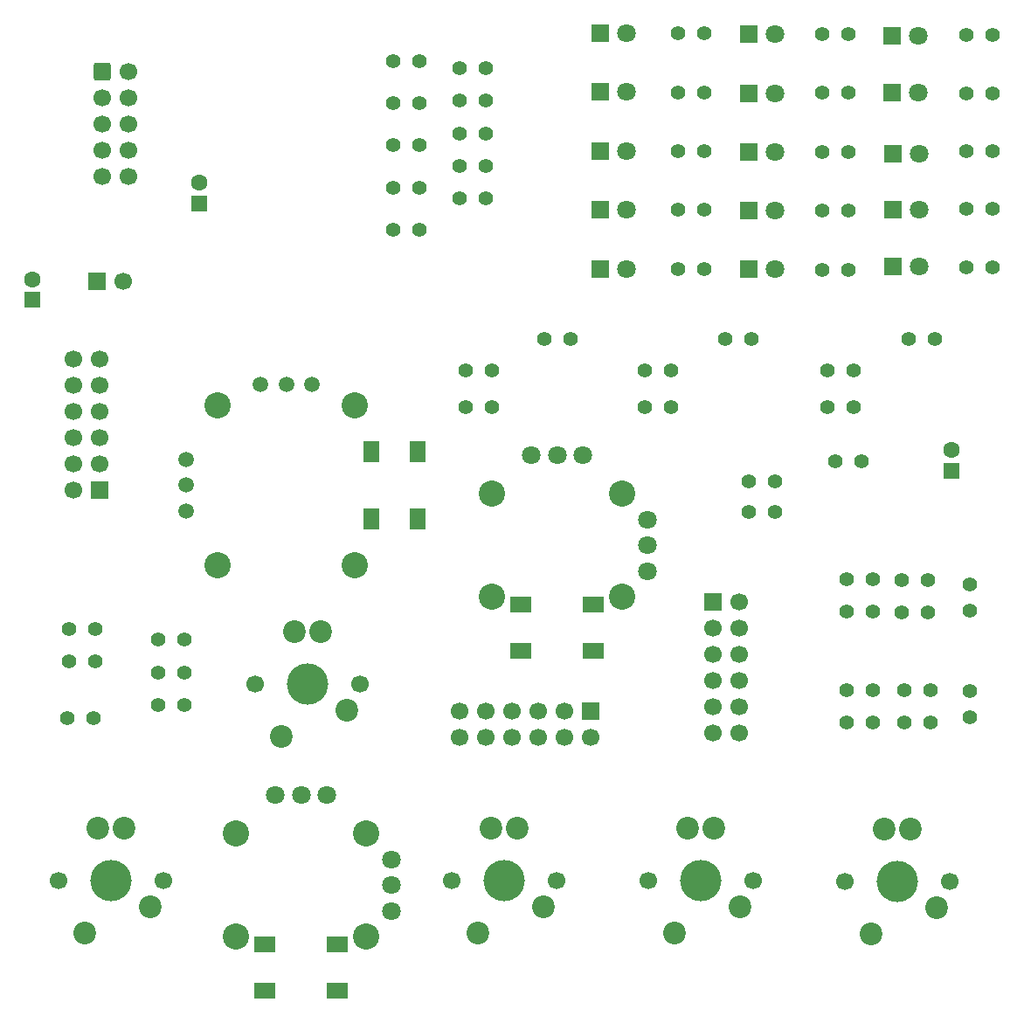
<source format=gbr>
%TF.GenerationSoftware,KiCad,Pcbnew,9.0.2*%
%TF.CreationDate,2025-06-15T14:19:34+02:00*%
%TF.ProjectId,test,74657374-2e6b-4696-9361-645f70636258,rev?*%
%TF.SameCoordinates,Original*%
%TF.FileFunction,Soldermask,Bot*%
%TF.FilePolarity,Negative*%
%FSLAX46Y46*%
G04 Gerber Fmt 4.6, Leading zero omitted, Abs format (unit mm)*
G04 Created by KiCad (PCBNEW 9.0.2) date 2025-06-15 14:19:34*
%MOMM*%
%LPD*%
G01*
G04 APERTURE LIST*
G04 Aperture macros list*
%AMRoundRect*
0 Rectangle with rounded corners*
0 $1 Rounding radius*
0 $2 $3 $4 $5 $6 $7 $8 $9 X,Y pos of 4 corners*
0 Add a 4 corners polygon primitive as box body*
4,1,4,$2,$3,$4,$5,$6,$7,$8,$9,$2,$3,0*
0 Add four circle primitives for the rounded corners*
1,1,$1+$1,$2,$3*
1,1,$1+$1,$4,$5*
1,1,$1+$1,$6,$7*
1,1,$1+$1,$8,$9*
0 Add four rect primitives between the rounded corners*
20,1,$1+$1,$2,$3,$4,$5,0*
20,1,$1+$1,$4,$5,$6,$7,0*
20,1,$1+$1,$6,$7,$8,$9,0*
20,1,$1+$1,$8,$9,$2,$3,0*%
G04 Aperture macros list end*
%ADD10C,2.540000*%
%ADD11R,1.500000X2.000000*%
%ADD12C,1.500000*%
%ADD13R,1.800000X1.800000*%
%ADD14C,1.800000*%
%ADD15C,1.700000*%
%ADD16C,4.000000*%
%ADD17C,2.200000*%
%ADD18RoundRect,0.250000X0.550000X-0.550000X0.550000X0.550000X-0.550000X0.550000X-0.550000X-0.550000X0*%
%ADD19C,1.600000*%
%ADD20C,1.400000*%
%ADD21R,1.700000X1.700000*%
%ADD22R,2.000000X1.500000*%
%ADD23RoundRect,0.250000X-0.600000X-0.600000X0.600000X-0.600000X0.600000X0.600000X-0.600000X0.600000X0*%
G04 APERTURE END LIST*
D10*
%TO.C,U2*%
X49159800Y-117548000D03*
X35859800Y-117548000D03*
X35859800Y-102048000D03*
X49159800Y-102048000D03*
D11*
X50759800Y-106598000D03*
X50759800Y-113098000D03*
X55259800Y-113098000D03*
X55259800Y-106598000D03*
D12*
X32759800Y-112298000D03*
X32759800Y-109798000D03*
X32759800Y-107298000D03*
X40009800Y-100048000D03*
X42509800Y-100048000D03*
X45009800Y-100048000D03*
%TD*%
D13*
%TO.C,D10*%
X87330200Y-88907400D03*
D14*
X89870200Y-88907400D03*
%TD*%
D15*
%TO.C,SW2*%
X30572400Y-148140000D03*
D16*
X25492400Y-148140000D03*
D15*
X20412400Y-148140000D03*
D17*
X22952400Y-153220000D03*
X29302400Y-150680000D03*
X26762400Y-143060000D03*
X24222400Y-143060000D03*
%TD*%
D18*
%TO.C,C3*%
X106969975Y-108435800D03*
D19*
X106969975Y-106435800D03*
%TD*%
D20*
%TO.C,R12*%
X108366600Y-71827500D03*
X110906600Y-71827500D03*
%TD*%
D13*
%TO.C,D6*%
X87330200Y-66149000D03*
D14*
X89870200Y-66149000D03*
%TD*%
D20*
%TO.C,R29*%
X55423800Y-85047800D03*
X52883800Y-85047800D03*
%TD*%
%TO.C,R2*%
X80424600Y-71750900D03*
X82964600Y-71750900D03*
%TD*%
%TO.C,R43*%
X23813600Y-132422800D03*
X21273600Y-132422800D03*
%TD*%
D13*
%TO.C,D9*%
X87330200Y-83217800D03*
D14*
X89870200Y-83217800D03*
%TD*%
D13*
%TO.C,D7*%
X87330200Y-71838600D03*
D14*
X89870200Y-71838600D03*
%TD*%
D20*
%TO.C,R19*%
X23965400Y-126909000D03*
X21425400Y-126909000D03*
%TD*%
D13*
%TO.C,D2*%
X72905800Y-71728000D03*
D14*
X75445800Y-71728000D03*
%TD*%
D20*
%TO.C,R17*%
X32603400Y-127973000D03*
X30063400Y-127973000D03*
%TD*%
%TO.C,R42*%
X95672600Y-107503000D03*
X98212600Y-107503000D03*
%TD*%
%TO.C,R47*%
X102163000Y-118983000D03*
X104703000Y-118983000D03*
%TD*%
D21*
%TO.C,J2*%
X24185800Y-90057000D03*
D15*
X26725800Y-90057000D03*
%TD*%
D20*
%TO.C,R8*%
X94396600Y-77530000D03*
X96936600Y-77530000D03*
%TD*%
%TO.C,R49*%
X108767000Y-121981000D03*
X108767000Y-119441000D03*
%TD*%
%TO.C,R51*%
X96829000Y-132853000D03*
X99369000Y-132853000D03*
%TD*%
%TO.C,R18*%
X32603400Y-124823000D03*
X30063400Y-124823000D03*
%TD*%
%TO.C,R1*%
X80424600Y-66048200D03*
X82964600Y-66048200D03*
%TD*%
%TO.C,R44*%
X96829000Y-118931000D03*
X99369000Y-118931000D03*
%TD*%
%TO.C,R48*%
X102163000Y-122133000D03*
X104703000Y-122133000D03*
%TD*%
D13*
%TO.C,D12*%
X101195800Y-71755000D03*
D14*
X103735800Y-71755000D03*
%TD*%
D20*
%TO.C,R5*%
X80424600Y-88859000D03*
X82964600Y-88859000D03*
%TD*%
D15*
%TO.C,SW4*%
X68672400Y-148160600D03*
D16*
X63592400Y-148160600D03*
D15*
X58512400Y-148160600D03*
D17*
X61052400Y-153240600D03*
X67402400Y-150700600D03*
X64862400Y-143080600D03*
X62322400Y-143080600D03*
%TD*%
D20*
%TO.C,R13*%
X108366600Y-77454000D03*
X110906600Y-77454000D03*
%TD*%
%TO.C,R35*%
X77245200Y-98713000D03*
X79785200Y-98713000D03*
%TD*%
%TO.C,R40*%
X87290600Y-112379000D03*
X89830600Y-112379000D03*
%TD*%
D15*
%TO.C,SW5*%
X87722400Y-148183600D03*
D16*
X82642400Y-148183600D03*
D15*
X77562400Y-148183600D03*
D17*
X80102400Y-153263600D03*
X86452400Y-150723600D03*
X83912400Y-143103600D03*
X81372400Y-143103600D03*
%TD*%
D20*
%TO.C,R9*%
X94396600Y-83244500D03*
X96936600Y-83244500D03*
%TD*%
D15*
%TO.C,SW3*%
X49622400Y-129087600D03*
D16*
X44542400Y-129087600D03*
D15*
X39462400Y-129087600D03*
D17*
X42002400Y-134167600D03*
X48352400Y-131627600D03*
X45812400Y-124007600D03*
X43272400Y-124007600D03*
%TD*%
D18*
%TO.C,C4*%
X17917575Y-91871800D03*
D19*
X17917575Y-89871800D03*
%TD*%
D20*
%TO.C,R7*%
X94396600Y-71815500D03*
X96936600Y-71815500D03*
%TD*%
%TO.C,R27*%
X55423800Y-76894600D03*
X52883800Y-76894600D03*
%TD*%
D13*
%TO.C,D15*%
X101243800Y-88637000D03*
D14*
X103783800Y-88637000D03*
%TD*%
D21*
%TO.C,J3*%
X72000600Y-131690600D03*
D15*
X72000600Y-134230600D03*
X69460600Y-131690600D03*
X69460600Y-134230600D03*
X66920600Y-131690600D03*
X66920600Y-134230600D03*
X64380600Y-131690600D03*
X64380600Y-134230600D03*
X61840600Y-131690600D03*
X61840600Y-134230600D03*
X59300600Y-131690600D03*
X59300600Y-134230600D03*
%TD*%
D20*
%TO.C,R14*%
X108366600Y-83080500D03*
X110906600Y-83080500D03*
%TD*%
D10*
%TO.C,U5*%
X62423000Y-120668000D03*
X62423000Y-110668000D03*
X75073000Y-110668000D03*
X75073000Y-120668000D03*
D22*
X72248000Y-121418000D03*
X65248000Y-121418000D03*
X65248000Y-125918000D03*
X72248000Y-125918000D03*
D14*
X66248000Y-106938000D03*
X68748000Y-106938000D03*
X71248000Y-106938000D03*
X77478000Y-113168000D03*
X77478000Y-115668000D03*
X77478000Y-118168000D03*
%TD*%
D20*
%TO.C,R22*%
X59270400Y-72577200D03*
X61810400Y-72577200D03*
%TD*%
%TO.C,R33*%
X59856600Y-102289000D03*
X62396600Y-102289000D03*
%TD*%
%TO.C,R21*%
X59270400Y-69427200D03*
X61810400Y-69427200D03*
%TD*%
D13*
%TO.C,D8*%
X87330200Y-77528200D03*
D14*
X89870200Y-77528200D03*
%TD*%
D20*
%TO.C,R6*%
X94396600Y-66101000D03*
X96936600Y-66101000D03*
%TD*%
D15*
%TO.C,SW1*%
X106772400Y-148193200D03*
D16*
X101692400Y-148193200D03*
D15*
X96612400Y-148193200D03*
D17*
X99152400Y-153273200D03*
X105502400Y-150733200D03*
X102962400Y-143113200D03*
X100422400Y-143113200D03*
%TD*%
D10*
%TO.C,U1*%
X37616800Y-153587000D03*
X37616800Y-143587000D03*
X50266800Y-143587000D03*
X50266800Y-153587000D03*
D22*
X47441800Y-154337000D03*
X40441800Y-154337000D03*
X40441800Y-158837000D03*
X47441800Y-158837000D03*
D14*
X41441800Y-139857000D03*
X43941800Y-139857000D03*
X46441800Y-139857000D03*
X52671800Y-146087000D03*
X52671800Y-148587000D03*
X52671800Y-151087000D03*
%TD*%
D20*
%TO.C,R41*%
X87290600Y-109433000D03*
X89830600Y-109433000D03*
%TD*%
%TO.C,R32*%
X59856600Y-98713000D03*
X62396600Y-98713000D03*
%TD*%
%TO.C,R38*%
X94910600Y-98713000D03*
X97450600Y-98713000D03*
%TD*%
%TO.C,R3*%
X80424600Y-77453600D03*
X82964600Y-77453600D03*
%TD*%
%TO.C,R52*%
X102417000Y-129653000D03*
X104957000Y-129653000D03*
%TD*%
D21*
%TO.C,J5*%
X83835000Y-121175000D03*
D15*
X86375000Y-121175000D03*
X83835000Y-123715000D03*
X86375000Y-123715000D03*
X83835000Y-126255000D03*
X86375000Y-126255000D03*
X83835000Y-128795000D03*
X86375000Y-128795000D03*
X83835000Y-131335000D03*
X86375000Y-131335000D03*
X83835000Y-133875000D03*
X86375000Y-133875000D03*
%TD*%
D20*
%TO.C,R31*%
X67476600Y-95617000D03*
X70016600Y-95617000D03*
%TD*%
D13*
%TO.C,D13*%
X101243800Y-77697000D03*
D14*
X103783800Y-77697000D03*
%TD*%
D20*
%TO.C,R20*%
X23965400Y-123759000D03*
X21425400Y-123759000D03*
%TD*%
D13*
%TO.C,D11*%
X101195800Y-66285000D03*
D14*
X103735800Y-66285000D03*
%TD*%
D20*
%TO.C,R23*%
X59270400Y-75727200D03*
X61810400Y-75727200D03*
%TD*%
D13*
%TO.C,D5*%
X72905800Y-88873000D03*
D14*
X75445800Y-88873000D03*
%TD*%
D13*
%TO.C,D3*%
X72905800Y-77443000D03*
D14*
X75445800Y-77443000D03*
%TD*%
D20*
%TO.C,R16*%
X32603400Y-131123000D03*
X30063400Y-131123000D03*
%TD*%
%TO.C,R10*%
X94396600Y-88959000D03*
X96936600Y-88959000D03*
%TD*%
%TO.C,R36*%
X85002600Y-95617000D03*
X87542600Y-95617000D03*
%TD*%
%TO.C,R30*%
X55423800Y-68741400D03*
X52883800Y-68741400D03*
%TD*%
%TO.C,R37*%
X94910600Y-102289000D03*
X97450600Y-102289000D03*
%TD*%
%TO.C,R46*%
X108767000Y-132354000D03*
X108767000Y-129814000D03*
%TD*%
D13*
%TO.C,D14*%
X101243800Y-83167000D03*
D14*
X103783800Y-83167000D03*
%TD*%
D20*
%TO.C,R50*%
X96829000Y-129703000D03*
X99369000Y-129703000D03*
%TD*%
%TO.C,R45*%
X96829000Y-122081000D03*
X99369000Y-122081000D03*
%TD*%
%TO.C,R15*%
X108366600Y-88707000D03*
X110906600Y-88707000D03*
%TD*%
D21*
%TO.C,J4*%
X24419600Y-110301000D03*
D15*
X21879600Y-110301000D03*
X24419600Y-107761000D03*
X21879600Y-107761000D03*
X24419600Y-105221000D03*
X21879600Y-105221000D03*
X24419600Y-102681000D03*
X21879600Y-102681000D03*
X24419600Y-100141000D03*
X21879600Y-100141000D03*
X24419600Y-97601000D03*
X21879600Y-97601000D03*
%TD*%
D20*
%TO.C,R4*%
X80424600Y-83156300D03*
X82964600Y-83156300D03*
%TD*%
%TO.C,R53*%
X102417000Y-132803000D03*
X104957000Y-132803000D03*
%TD*%
%TO.C,R24*%
X59270400Y-78877200D03*
X61810400Y-78877200D03*
%TD*%
D23*
%TO.C,J1*%
X24638200Y-69784000D03*
D15*
X27178200Y-69784000D03*
X24638200Y-72324000D03*
X27178200Y-72324000D03*
X24638200Y-74864000D03*
X27178200Y-74864000D03*
X24638200Y-77404000D03*
X27178200Y-77404000D03*
X24638200Y-79944000D03*
X27178200Y-79944000D03*
%TD*%
D20*
%TO.C,R25*%
X59270400Y-82027200D03*
X61810400Y-82027200D03*
%TD*%
D18*
%TO.C,C2*%
X34071975Y-82531000D03*
D19*
X34071975Y-80531000D03*
%TD*%
D13*
%TO.C,D4*%
X72905800Y-83158000D03*
D14*
X75445800Y-83158000D03*
%TD*%
D20*
%TO.C,R26*%
X55423800Y-72818000D03*
X52883800Y-72818000D03*
%TD*%
%TO.C,R39*%
X102784600Y-95617000D03*
X105324600Y-95617000D03*
%TD*%
%TO.C,R11*%
X108366600Y-66201000D03*
X110906600Y-66201000D03*
%TD*%
%TO.C,R28*%
X55423800Y-80971200D03*
X52883800Y-80971200D03*
%TD*%
D13*
%TO.C,D1*%
X72905800Y-66013000D03*
D14*
X75445800Y-66013000D03*
%TD*%
D20*
%TO.C,R34*%
X77245200Y-102289000D03*
X79785200Y-102289000D03*
%TD*%
M02*

</source>
